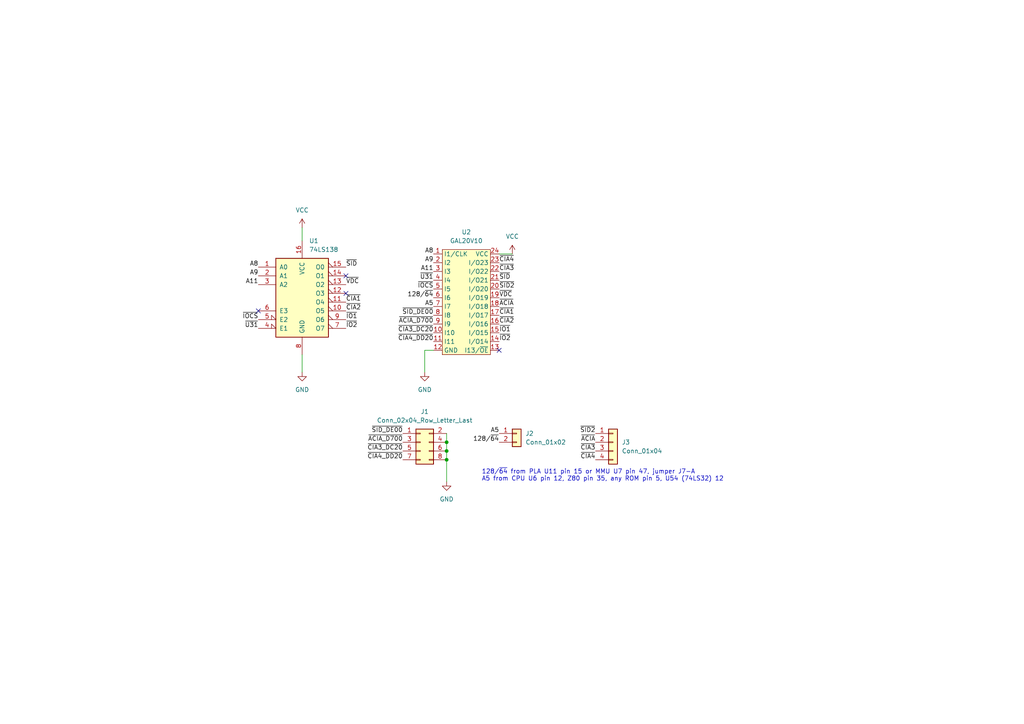
<source format=kicad_sch>
(kicad_sch (version 20211123) (generator eeschema)
  (paper "A4")
  (title_block (title "C128DCR U3 address decoder") (date "2022-12-11") (rev "1") (company "YTM Enterprises") (comment 1 "Maciej Witkowiak, <ytm@elysium.pl>"))
  (lib_symbols
    (symbol "74xx:74LS138" (pin_names (offset 1.016))
      (property "Reference" "U" (at -7.62 11.43 0))
      (property "Value" "74LS138" (at -7.62 -13.97 0))
      (symbol "74LS138_1_0"
        (pin input line (at -12.7 7.62 0) (length 5.08) (name "A0") (number "1"))
        (pin output output_low (at 12.7 -5.08 180) (length 5.08) (name "O5") (number "10"))
        (pin output output_low (at 12.7 -2.54 180) (length 5.08) (name "O4") (number "11"))
        (pin output output_low (at 12.7 0 180) (length 5.08) (name "O3") (number "12"))
        (pin output output_low (at 12.7 2.54 180) (length 5.08) (name "O2") (number "13"))
        (pin output output_low (at 12.7 5.08 180) (length 5.08) (name "O1") (number "14"))
        (pin output output_low (at 12.7 7.62 180) (length 5.08) (name "O0") (number "15"))
        (pin power_in line (at 0 15.24 270) (length 5.08) (name "VCC") (number "16"))
        (pin input line (at -12.7 5.08 0) (length 5.08) (name "A1") (number "2"))
        (pin input line (at -12.7 2.54 0) (length 5.08) (name "A2") (number "3"))
        (pin input input_low (at -12.7 -10.16 0) (length 5.08) (name "E1") (number "4"))
        (pin input input_low (at -12.7 -7.62 0) (length 5.08) (name "E2") (number "5"))
        (pin input line (at -12.7 -5.08 0) (length 5.08) (name "E3") (number "6"))
        (pin output output_low (at 12.7 -10.16 180) (length 5.08) (name "O7") (number "7"))
        (pin power_in line (at 0 -17.78 90) (length 5.08) (name "GND") (number "8"))
        (pin output output_low (at 12.7 -7.62 180) (length 5.08) (name "O6") (number "9"))
      )
      (symbol "74LS138_1_1"
        (rectangle (start -7.62 10.16) (end 7.62 -12.7) (stroke (width 0.254)) (fill (type background)))
      )
    )
    (symbol "Connector_Generic:Conn_01x02" (pin_names (offset 1.016) hide)
      (property "Reference" "J" (at 0 2.54 0))
      (property "Value" "Conn_01x02" (at 0 -5.08 0))
      (symbol "Conn_01x02_1_1"
        (rectangle (start -1.27 -2.413) (end 0 -2.667) (stroke (width 0.1524)))
        (rectangle (start -1.27 0.127) (end 0 -0.127) (stroke (width 0.1524)))
        (rectangle (start -1.27 1.27) (end 1.27 -3.81) (stroke (width 0.254)) (fill (type background)))
        (pin passive line (at -5.08 0 0) (length 3.81) (name "Pin_1") (number "1"))
        (pin passive line (at -5.08 -2.54 0) (length 3.81) (name "Pin_2") (number "2"))
      )
    )
    (symbol "Connector_Generic:Conn_01x04" (pin_names (offset 1.016) hide)
      (property "Reference" "J" (at 0 5.08 0))
      (property "Value" "Conn_01x04" (at 0 -7.62 0))
      (symbol "Conn_01x04_1_1"
        (rectangle (start -1.27 -4.953) (end 0 -5.207) (stroke (width 0.1524)))
        (rectangle (start -1.27 -2.413) (end 0 -2.667) (stroke (width 0.1524)))
        (rectangle (start -1.27 0.127) (end 0 -0.127) (stroke (width 0.1524)))
        (rectangle (start -1.27 2.667) (end 0 2.413) (stroke (width 0.1524)))
        (rectangle (start -1.27 3.81) (end 1.27 -6.35) (stroke (width 0.254)) (fill (type background)))
        (pin passive line (at -5.08 2.54 0) (length 3.81) (name "Pin_1") (number "1"))
        (pin passive line (at -5.08 0 0) (length 3.81) (name "Pin_2") (number "2"))
        (pin passive line (at -5.08 -2.54 0) (length 3.81) (name "Pin_3") (number "3"))
        (pin passive line (at -5.08 -5.08 0) (length 3.81) (name "Pin_4") (number "4"))
      )
    )
    (symbol "Connector_Generic:Conn_02x04_Odd_Even" (pin_names (offset 1.016) hide)
      (property "Reference" "J" (at 1.27 5.08 0))
      (property "Value" "Conn_02x04_Odd_Even" (at 1.27 -7.62 0))
      (symbol "Conn_02x04_Odd_Even_1_1"
        (rectangle (start -1.27 -4.953) (end 0 -5.207) (stroke (width 0.1524)))
        (rectangle (start -1.27 -2.413) (end 0 -2.667) (stroke (width 0.1524)))
        (rectangle (start -1.27 0.127) (end 0 -0.127) (stroke (width 0.1524)))
        (rectangle (start -1.27 2.667) (end 0 2.413) (stroke (width 0.1524)))
        (rectangle (start -1.27 3.81) (end 3.81 -6.35) (stroke (width 0.254)) (fill (type background)))
        (rectangle (start 3.81 -4.953) (end 2.54 -5.207) (stroke (width 0.1524)))
        (rectangle (start 3.81 -2.413) (end 2.54 -2.667) (stroke (width 0.1524)))
        (rectangle (start 3.81 0.127) (end 2.54 -0.127) (stroke (width 0.1524)))
        (rectangle (start 3.81 2.667) (end 2.54 2.413) (stroke (width 0.1524)))
        (pin passive line (at -5.08 2.54 0) (length 3.81) (name "Pin_1") (number "1"))
        (pin passive line (at 7.62 2.54 180) (length 3.81) (name "Pin_2") (number "2"))
        (pin passive line (at -5.08 0 0) (length 3.81) (name "Pin_3") (number "3"))
        (pin passive line (at 7.62 0 180) (length 3.81) (name "Pin_4") (number "4"))
        (pin passive line (at -5.08 -2.54 0) (length 3.81) (name "Pin_5") (number "5"))
        (pin passive line (at 7.62 -2.54 180) (length 3.81) (name "Pin_6") (number "6"))
        (pin passive line (at -5.08 -5.08 0) (length 3.81) (name "Pin_7") (number "7"))
        (pin passive line (at 7.62 -5.08 180) (length 3.81) (name "Pin_8") (number "8"))
      )
    )
    (symbol "GAL:GAL20V10"
      (property "Reference" "U" (at -6.35 -1.27 0))
      (property "Value" "GAL20V10" (at 5.08 -1.27 0))
      (symbol "GAL20V10_0_1"
        (rectangle (start -6.35 -2.54) (end 7.62 -33.02) (fill (type background)))
      )
      (symbol "GAL20V10_1_1"
        (pin input line (at -8.89 -3.81 0) (length 2.54) (name "I1/CLK") (number "1"))
        (pin input line (at -8.89 -26.67 0) (length 2.54) (name "I10") (number "10"))
        (pin input line (at -8.89 -29.21 0) (length 2.54) (name "I11") (number "11"))
        (pin power_in line (at -8.89 -31.75 0) (length 2.54) (name "GND") (number "12"))
        (pin input line (at 10.16 -31.75 180) (length 2.54) (name "I13/~{OE}") (number "13"))
        (pin tri_state line (at 10.16 -29.21 180) (length 2.54) (name "I/O14") (number "14"))
        (pin tri_state line (at 10.16 -26.67 180) (length 2.54) (name "I/O15") (number "15"))
        (pin tri_state line (at 10.16 -24.13 180) (length 2.54) (name "I/O16") (number "16"))
        (pin tri_state line (at 10.16 -21.59 180) (length 2.54) (name "I/O17") (number "17"))
        (pin tri_state line (at 10.16 -19.05 180) (length 2.54) (name "I/O18") (number "18"))
        (pin tri_state line (at 10.16 -16.51 180) (length 2.54) (name "I/O19") (number "19"))
        (pin input line (at -8.89 -6.35 0) (length 2.54) (name "I2") (number "2"))
        (pin tri_state line (at 10.16 -13.97 180) (length 2.54) (name "I/O20") (number "20"))
        (pin tri_state line (at 10.16 -11.43 180) (length 2.54) (name "I/O21") (number "21"))
        (pin tri_state line (at 10.16 -8.89 180) (length 2.54) (name "I/O22") (number "22"))
        (pin tri_state line (at 10.16 -6.35 180) (length 2.54) (name "I/O23") (number "23"))
        (pin power_in line (at 10.16 -3.81 180) (length 2.54) (name "VCC") (number "24"))
        (pin input line (at -8.89 -8.89 0) (length 2.54) (name "I3") (number "3"))
        (pin input line (at -8.89 -11.43 0) (length 2.54) (name "I4") (number "4"))
        (pin input line (at -8.89 -13.97 0) (length 2.54) (name "I5") (number "5"))
        (pin input line (at -8.89 -16.51 0) (length 2.54) (name "I6") (number "6"))
        (pin input line (at -8.89 -19.05 0) (length 2.54) (name "I7") (number "7"))
        (pin input line (at -8.89 -21.59 0) (length 2.54) (name "I8") (number "8"))
        (pin input line (at -8.89 -24.13 0) (length 2.54) (name "I9") (number "9"))
      )
    )
    (symbol "power:GND" (power) (pin_names (offset 0))
      (property "Value" "GND" (at 0 -3.81 0))
      (symbol "GND_0_1"
        (polyline (pts (xy 0 0) (xy 0 -1.27) (xy 1.27 -1.27) (xy 0 -2.54) (xy -1.27 -1.27) (xy 0 -1.27)))
      )
      (symbol "GND_1_1"
        (pin power_in line (at 0 0 270) (length 0) hide (name "GND") (number "1"))
      )
    )
    (symbol "power:VCC" (power) (pin_names (offset 0))
      (property "Value" "VCC" (at 0 3.81 0))
      (symbol "VCC_0_1"
        (polyline (pts (xy -0.762 1.27) (xy 0 2.54)))
        (polyline (pts (xy 0 0) (xy 0 2.54)))
        (polyline (pts (xy 0 2.54) (xy 0.762 1.27)))
      )
      (symbol "VCC_1_1"
        (pin power_in line (at 0 0 90) (length 0) hide (name "VCC") (number "1"))
      )
    )
  )
  (junction (at 129.54 130.81))
  (junction (at 129.54 133.35))
  (junction (at 129.54 128.27))
  (no_connect (at 74.93 90.17))
  (no_connect (at 144.78 101.6))
  (no_connect (at 100.33 80.01))
  (no_connect (at 100.33 85.09))
  (wire (pts (xy 87.63 66.04) (xy 87.63 69.85)))
  (wire (pts (xy 129.54 125.73) (xy 129.54 128.27)))
  (wire (pts (xy 129.54 128.27) (xy 129.54 130.81)))
  (wire (pts (xy 123.19 101.6) (xy 125.73 101.6)))
  (wire (pts (xy 123.19 107.95) (xy 123.19 101.6)))
  (wire (pts (xy 129.54 130.81) (xy 129.54 133.35)))
  (wire (pts (xy 144.78 73.66) (xy 148.59 73.66)))
  (wire (pts (xy 129.54 133.35) (xy 129.54 139.7)))
  (wire (pts (xy 87.63 102.87) (xy 87.63 107.95)))
  (text "128/~{64} from PLA U11 pin 15 or MMU U7 pin 47, jumper J7-A\nA5 from CPU U6 pin 12, Z80 pin 35, any ROM pin 5, U54 (74LS32) 12" (at 139.7 139.7 0) (effects (font (size 1.27 1.27)) (justify left bottom)))
  (label "~{ACIA_D700}" (at 125.73 93.98 180))
  (label "~{IO2}" (at 100.33 95.25 0))
  (label "128{slash}~{64}" (at 125.73 86.36 180))
  (label "~{CIA3_DC20}" (at 125.73 96.52 180))
  (label "A5" (at 144.78 125.73 180))
  (label "~{IOCS}" (at 74.93 92.71 180))
  (label "~{CIA2}" (at 144.78 93.98 0))
  (label "A11" (at 125.73 78.74 180))
  (label "A8" (at 125.73 73.66 180))
  (label "~{VDC}" (at 100.33 82.55 0))
  (label "A9" (at 74.93 80.01 180))
  (label "~{ACIA}" (at 144.78 88.9 0))
  (label "~{CIA3}" (at 144.78 78.74 0))
  (label "~{IOCS}" (at 125.73 83.82 180))
  (label "A8" (at 74.93 77.47 180))
  (label "~{SID_DE00}" (at 125.73 91.44 180))
  (label "~{IO2}" (at 144.78 99.06 0))
  (label "~{SID}" (at 144.78 81.28 0))
  (label "~{CIA4_DD20}" (at 125.73 99.06 180))
  (label "~{SID2}" (at 172.72 125.73 180))
  (label "~{IO1}" (at 100.33 92.71 0))
  (label "~{ACIA}" (at 172.72 128.27 180))
  (label "~{CIA4}" (at 172.72 133.35 180))
  (label "~{SID_DE00}" (at 116.84 125.73 180))
  (label "~{CIA4_DD20}" (at 116.84 133.35 180))
  (label "~{VDC}" (at 144.78 86.36 0))
  (label "~{CIA4}" (at 144.78 76.2 0))
  (label "~{CIA2}" (at 100.33 90.17 0))
  (label "~{U31}" (at 74.93 95.25 180))
  (label "~{CIA1}" (at 100.33 87.63 0))
  (label "A9" (at 125.73 76.2 180))
  (label "~{ACIA_D700}" (at 116.84 128.27 180))
  (label "A11" (at 74.93 82.55 180))
  (label "128{slash}~{64}" (at 144.78 128.27 180))
  (label "~{CIA1}" (at 144.78 91.44 0))
  (label "~{SID2}" (at 144.78 83.82 0))
  (label "~{IO1}" (at 144.78 96.52 0))
  (label "~{CIA3}" (at 172.72 130.81 180))
  (label "~{CIA3_DC20}" (at 116.84 130.81 180))
  (label "~{SID}" (at 100.33 77.47 0))
  (label "~{U31}" (at 125.73 81.28 180))
  (label "A5" (at 125.73 88.9 180))
  (symbol (lib_id "power:VCC") (at 87.63 66.04 0) (unit 1)
    (property "Reference" "#PWR01" (effects hide))
    (property "Value" "VCC" (at 87.63 60.96 0))
  )
  (symbol (lib_id "power:VCC") (at 148.59 73.66 0) (unit 1)
    (property "Reference" "#PWR05" (effects hide))
    (property "Value" "VCC" (at 148.59 68.58 0))
  )
  (symbol (lib_id "Connector_Generic:Conn_02x04_Odd_Even") (at 121.92 128.27 0) (unit 1)
    (property "Reference" "J1" (at 123.19 119.38 0))
    (property "Value" "Conn_02x04_Row_Letter_Last" (at 123.19 121.92 0))
    (property "Footprint" "Connector_PinHeader_2.54mm:PinHeader_2x04_P2.54mm_Vertical" (effects hide))
  )
  (symbol (lib_id "power:GND") (at 87.63 107.95 0) (unit 1)
    (property "Reference" "#PWR02" (effects hide))
    (property "Value" "GND" (at 87.63 113.03 0))
  )
  (symbol (lib_id "Connector_Generic:Conn_01x02") (at 149.86 125.73 0) (unit 1)
    (property "Reference" "J2" (at 152.4 125.7299 0) (effects (justify left)))
    (property "Value" "Conn_01x02" (at 152.4 128.2699 0) (effects (justify left)))
    (property "Footprint" "Connector_PinHeader_2.54mm:PinHeader_1x02_P2.54mm_Vertical" (effects hide))
  )
  (symbol (lib_id "Connector_Generic:Conn_01x04") (at 177.8 128.27 0) (unit 1)
    (property "Reference" "J3" (at 180.34 128.2699 0) (effects (justify left)))
    (property "Value" "Conn_01x04" (at 180.34 130.8099 0) (effects (justify left)))
    (property "Footprint" "Connector_PinHeader_2.54mm:PinHeader_1x04_P2.54mm_Vertical" (effects hide))
  )
  (symbol (lib_id "power:GND") (at 123.19 107.95 0) (unit 1)
    (property "Reference" "#PWR03" (effects hide))
    (property "Value" "GND" (at 123.19 113.03 0))
  )
  (symbol (lib_id "74xx:74LS138") (at 87.63 85.09 0) (unit 1)
    (property "Reference" "U1" (at 89.6494 69.85 0) (effects (justify left)))
    (property "Value" "74LS138" (at 89.6494 72.39 0) (effects (justify left)))
    (property "Footprint" "Package_DIP:DIP-16_W7.62mm_LongPads" (effects hide))
    (property "Datasheet" "http://www.ti.com/lit/gpn/sn74LS138" (effects hide))
  )
  (symbol (lib_id "power:GND") (at 129.54 139.7 0) (unit 1)
    (property "Reference" "#PWR04" (effects hide))
    (property "Value" "GND" (at 129.54 144.78 0))
  )
  (symbol (lib_id "GAL:GAL20V10") (at 134.62 69.85 0) (unit 1)
    (property "Reference" "U2" (at 135.255 67.31 0))
    (property "Value" "GAL20V10" (at 135.255 69.85 0))
    (property "Footprint" "Package_DIP:DIP-24_W7.62mm_LongPads" (effects hide))
    (property "Datasheet" "http://web.mit.edu/6.115/www/document/gal22v10.pdf" (effects hide))
  )
)
</source>
